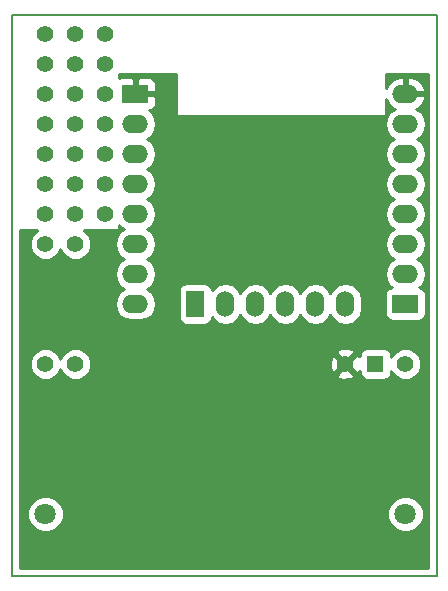
<source format=gbl>
G04 #@! TF.FileFunction,Copper,L2,Bot,Signal*
%FSLAX46Y46*%
G04 Gerber Fmt 4.6, Leading zero omitted, Abs format (unit mm)*
G04 Created by KiCad (PCBNEW 4.0.4-stable) date *
%MOMM*%
%LPD*%
G01*
G04 APERTURE LIST*
%ADD10C,0.100000*%
%ADD11C,0.150000*%
%ADD12C,1.397000*%
%ADD13C,1.800000*%
%ADD14R,2.199640X1.524000*%
%ADD15O,2.199640X1.524000*%
%ADD16R,1.524000X2.199640*%
%ADD17O,1.524000X2.199640*%
%ADD18R,1.397000X1.397000*%
%ADD19C,0.400000*%
%ADD20C,0.254000*%
G04 APERTURE END LIST*
D10*
D11*
X100000000Y-100000000D02*
X100000000Y-147500000D01*
X100000000Y-147500000D02*
X136000000Y-147500000D01*
X136000000Y-100000000D02*
X136000000Y-147500000D01*
X100000000Y-100000000D02*
X136000000Y-100000000D01*
D12*
X102870000Y-116840000D03*
X105410000Y-116840000D03*
X107950000Y-116840000D03*
X107950000Y-114300000D03*
X105410000Y-114300000D03*
X102870000Y-114300000D03*
X102870000Y-111760000D03*
X105410000Y-111760000D03*
X107950000Y-111760000D03*
X107950000Y-109220000D03*
X105410000Y-109220000D03*
X102870000Y-109220000D03*
X102870000Y-106680000D03*
X105410000Y-106680000D03*
X107950000Y-106680000D03*
X107950000Y-104140000D03*
X105410000Y-104140000D03*
X102870000Y-104140000D03*
X105410000Y-101600000D03*
D13*
X121539000Y-138049000D03*
X114427000Y-138049000D03*
X133350000Y-144780000D03*
X133350000Y-142240000D03*
X102870000Y-144780000D03*
X102870000Y-142240000D03*
D12*
X105410000Y-129540000D03*
X105410000Y-119380000D03*
D14*
X110490000Y-106680000D03*
D15*
X110490000Y-109220000D03*
X110490000Y-111760000D03*
X110490000Y-114300000D03*
X110490000Y-116840000D03*
X110490000Y-119380000D03*
X110490000Y-121920000D03*
X110490000Y-124460000D03*
D16*
X115570000Y-124460000D03*
D17*
X118110000Y-124460000D03*
X120650000Y-124460000D03*
X123190000Y-124460000D03*
X125730000Y-124460000D03*
X128270000Y-124460000D03*
D14*
X133350000Y-124460000D03*
D15*
X133350000Y-121920000D03*
X133350000Y-119380000D03*
X133350000Y-116840000D03*
X133350000Y-114300000D03*
X133350000Y-111760000D03*
X133350000Y-109220000D03*
X133350000Y-106680000D03*
D12*
X102870000Y-119380000D03*
X102870000Y-129540000D03*
D18*
X130810000Y-129540000D03*
D12*
X133350000Y-129540000D03*
X128270000Y-129540000D03*
X102870000Y-101600000D03*
X107950000Y-101600000D03*
D19*
X133350000Y-109220000D02*
X133012180Y-109220000D01*
D20*
G36*
X113919000Y-108458000D02*
X113929006Y-108507410D01*
X113957447Y-108549035D01*
X113999841Y-108576315D01*
X114046000Y-108585000D01*
X131572000Y-108585000D01*
X131621410Y-108574994D01*
X131663035Y-108546553D01*
X131690315Y-108504159D01*
X131699000Y-108458000D01*
X131699000Y-107145199D01*
X131934550Y-107578026D01*
X132360239Y-107922059D01*
X132425606Y-107941353D01*
X131990365Y-108232172D01*
X131687533Y-108685391D01*
X131581193Y-109220000D01*
X131687533Y-109754609D01*
X131990365Y-110207828D01*
X132412664Y-110490000D01*
X131990365Y-110772172D01*
X131687533Y-111225391D01*
X131581193Y-111760000D01*
X131687533Y-112294609D01*
X131990365Y-112747828D01*
X132412664Y-113030000D01*
X131990365Y-113312172D01*
X131687533Y-113765391D01*
X131581193Y-114300000D01*
X131687533Y-114834609D01*
X131990365Y-115287828D01*
X132412664Y-115570000D01*
X131990365Y-115852172D01*
X131687533Y-116305391D01*
X131581193Y-116840000D01*
X131687533Y-117374609D01*
X131990365Y-117827828D01*
X132412664Y-118110000D01*
X131990365Y-118392172D01*
X131687533Y-118845391D01*
X131581193Y-119380000D01*
X131687533Y-119914609D01*
X131990365Y-120367828D01*
X132412664Y-120650000D01*
X131990365Y-120932172D01*
X131687533Y-121385391D01*
X131581193Y-121920000D01*
X131687533Y-122454609D01*
X131990365Y-122907828D01*
X132214130Y-123057343D01*
X132014863Y-123094838D01*
X131798739Y-123233910D01*
X131653749Y-123446110D01*
X131602740Y-123698000D01*
X131602740Y-125222000D01*
X131647018Y-125457317D01*
X131786090Y-125673441D01*
X131998290Y-125818431D01*
X132250180Y-125869440D01*
X134449820Y-125869440D01*
X134685137Y-125825162D01*
X134901261Y-125686090D01*
X135046251Y-125473890D01*
X135097260Y-125222000D01*
X135097260Y-123698000D01*
X135052982Y-123462683D01*
X134913910Y-123246559D01*
X134701710Y-123101569D01*
X134485276Y-123057740D01*
X134709635Y-122907828D01*
X135012467Y-122454609D01*
X135118807Y-121920000D01*
X135012467Y-121385391D01*
X134709635Y-120932172D01*
X134287336Y-120650000D01*
X134709635Y-120367828D01*
X135012467Y-119914609D01*
X135118807Y-119380000D01*
X135012467Y-118845391D01*
X134709635Y-118392172D01*
X134287336Y-118110000D01*
X134709635Y-117827828D01*
X135012467Y-117374609D01*
X135118807Y-116840000D01*
X135012467Y-116305391D01*
X134709635Y-115852172D01*
X134287336Y-115570000D01*
X134709635Y-115287828D01*
X135012467Y-114834609D01*
X135118807Y-114300000D01*
X135012467Y-113765391D01*
X134709635Y-113312172D01*
X134287336Y-113030000D01*
X134709635Y-112747828D01*
X135012467Y-112294609D01*
X135118807Y-111760000D01*
X135012467Y-111225391D01*
X134709635Y-110772172D01*
X134287336Y-110490000D01*
X134709635Y-110207828D01*
X135012467Y-109754609D01*
X135118807Y-109220000D01*
X135012467Y-108685391D01*
X134709635Y-108232172D01*
X134274394Y-107941353D01*
X134339761Y-107922059D01*
X134765450Y-107578026D01*
X135027080Y-107097277D01*
X135042040Y-107023070D01*
X134919540Y-106807000D01*
X133477000Y-106807000D01*
X133477000Y-106827000D01*
X133223000Y-106827000D01*
X133223000Y-106807000D01*
X133203000Y-106807000D01*
X133203000Y-106553000D01*
X133223000Y-106553000D01*
X133223000Y-105283000D01*
X133477000Y-105283000D01*
X133477000Y-106553000D01*
X134919540Y-106553000D01*
X135042040Y-106336930D01*
X135027080Y-106262723D01*
X134765450Y-105781974D01*
X134339761Y-105437941D01*
X133814820Y-105283000D01*
X133477000Y-105283000D01*
X133223000Y-105283000D01*
X132885180Y-105283000D01*
X132360239Y-105437941D01*
X131934550Y-105781974D01*
X131699000Y-106214801D01*
X131699000Y-105029000D01*
X135290000Y-105029000D01*
X135290000Y-146790000D01*
X100710000Y-146790000D01*
X100710000Y-142543991D01*
X101334735Y-142543991D01*
X101567932Y-143108371D01*
X101999357Y-143540551D01*
X102563330Y-143774733D01*
X103173991Y-143775265D01*
X103738371Y-143542068D01*
X104170551Y-143110643D01*
X104404733Y-142546670D01*
X104404735Y-142543991D01*
X131814735Y-142543991D01*
X132047932Y-143108371D01*
X132479357Y-143540551D01*
X133043330Y-143774733D01*
X133653991Y-143775265D01*
X134218371Y-143542068D01*
X134650551Y-143110643D01*
X134884733Y-142546670D01*
X134885265Y-141936009D01*
X134652068Y-141371629D01*
X134220643Y-140939449D01*
X133656670Y-140705267D01*
X133046009Y-140704735D01*
X132481629Y-140937932D01*
X132049449Y-141369357D01*
X131815267Y-141933330D01*
X131814735Y-142543991D01*
X104404735Y-142543991D01*
X104405265Y-141936009D01*
X104172068Y-141371629D01*
X103740643Y-140939449D01*
X103176670Y-140705267D01*
X102566009Y-140704735D01*
X102001629Y-140937932D01*
X101569449Y-141369357D01*
X101335267Y-141933330D01*
X101334735Y-142543991D01*
X100710000Y-142543991D01*
X100710000Y-129804086D01*
X101536269Y-129804086D01*
X101738854Y-130294380D01*
X102113647Y-130669827D01*
X102603587Y-130873268D01*
X103134086Y-130873731D01*
X103624380Y-130671146D01*
X103999827Y-130296353D01*
X104140094Y-129958554D01*
X104278854Y-130294380D01*
X104653647Y-130669827D01*
X105143587Y-130873268D01*
X105674086Y-130873731D01*
X106164380Y-130671146D01*
X106361681Y-130474188D01*
X127515417Y-130474188D01*
X127577071Y-130709800D01*
X128077480Y-130885927D01*
X128607199Y-130857148D01*
X128962929Y-130709800D01*
X129024583Y-130474188D01*
X128270000Y-129719605D01*
X127515417Y-130474188D01*
X106361681Y-130474188D01*
X106539827Y-130296353D01*
X106743268Y-129806413D01*
X106743668Y-129347480D01*
X126924073Y-129347480D01*
X126952852Y-129877199D01*
X127100200Y-130232929D01*
X127335812Y-130294583D01*
X128090395Y-129540000D01*
X128449605Y-129540000D01*
X129204188Y-130294583D01*
X129439800Y-130232929D01*
X129464060Y-130164002D01*
X129464060Y-130238500D01*
X129508338Y-130473817D01*
X129647410Y-130689941D01*
X129859610Y-130834931D01*
X130111500Y-130885940D01*
X131508500Y-130885940D01*
X131743817Y-130841662D01*
X131959941Y-130702590D01*
X132104931Y-130490390D01*
X132155940Y-130238500D01*
X132155940Y-130142116D01*
X132218854Y-130294380D01*
X132593647Y-130669827D01*
X133083587Y-130873268D01*
X133614086Y-130873731D01*
X134104380Y-130671146D01*
X134479827Y-130296353D01*
X134683268Y-129806413D01*
X134683731Y-129275914D01*
X134481146Y-128785620D01*
X134106353Y-128410173D01*
X133616413Y-128206732D01*
X133085914Y-128206269D01*
X132595620Y-128408854D01*
X132220173Y-128783647D01*
X132155940Y-128938337D01*
X132155940Y-128841500D01*
X132111662Y-128606183D01*
X131972590Y-128390059D01*
X131760390Y-128245069D01*
X131508500Y-128194060D01*
X130111500Y-128194060D01*
X129876183Y-128238338D01*
X129660059Y-128377410D01*
X129515069Y-128589610D01*
X129464060Y-128841500D01*
X129464060Y-128905640D01*
X129439800Y-128847071D01*
X129204188Y-128785417D01*
X128449605Y-129540000D01*
X128090395Y-129540000D01*
X127335812Y-128785417D01*
X127100200Y-128847071D01*
X126924073Y-129347480D01*
X106743668Y-129347480D01*
X106743731Y-129275914D01*
X106541146Y-128785620D01*
X106361652Y-128605812D01*
X127515417Y-128605812D01*
X128270000Y-129360395D01*
X129024583Y-128605812D01*
X128962929Y-128370200D01*
X128462520Y-128194073D01*
X127932801Y-128222852D01*
X127577071Y-128370200D01*
X127515417Y-128605812D01*
X106361652Y-128605812D01*
X106166353Y-128410173D01*
X105676413Y-128206732D01*
X105145914Y-128206269D01*
X104655620Y-128408854D01*
X104280173Y-128783647D01*
X104139906Y-129121446D01*
X104001146Y-128785620D01*
X103626353Y-128410173D01*
X103136413Y-128206732D01*
X102605914Y-128206269D01*
X102115620Y-128408854D01*
X101740173Y-128783647D01*
X101536732Y-129273587D01*
X101536269Y-129804086D01*
X100710000Y-129804086D01*
X100710000Y-118237000D01*
X102144309Y-118237000D01*
X102115620Y-118248854D01*
X101740173Y-118623647D01*
X101536732Y-119113587D01*
X101536269Y-119644086D01*
X101738854Y-120134380D01*
X102113647Y-120509827D01*
X102603587Y-120713268D01*
X103134086Y-120713731D01*
X103624380Y-120511146D01*
X103999827Y-120136353D01*
X104140094Y-119798554D01*
X104278854Y-120134380D01*
X104653647Y-120509827D01*
X105143587Y-120713268D01*
X105674086Y-120713731D01*
X106164380Y-120511146D01*
X106539827Y-120136353D01*
X106743268Y-119646413D01*
X106743731Y-119115914D01*
X106541146Y-118625620D01*
X106166353Y-118250173D01*
X106134629Y-118237000D01*
X108966000Y-118237000D01*
X109015410Y-118226994D01*
X109057035Y-118198553D01*
X109084315Y-118156159D01*
X109093000Y-118110000D01*
X109093000Y-117771907D01*
X109130365Y-117827828D01*
X109552664Y-118110000D01*
X109130365Y-118392172D01*
X108827533Y-118845391D01*
X108721193Y-119380000D01*
X108827533Y-119914609D01*
X109130365Y-120367828D01*
X109552664Y-120650000D01*
X109130365Y-120932172D01*
X108827533Y-121385391D01*
X108721193Y-121920000D01*
X108827533Y-122454609D01*
X109130365Y-122907828D01*
X109552664Y-123190000D01*
X109130365Y-123472172D01*
X108827533Y-123925391D01*
X108721193Y-124460000D01*
X108827533Y-124994609D01*
X109130365Y-125447828D01*
X109583584Y-125750660D01*
X110118193Y-125857000D01*
X110861807Y-125857000D01*
X111396416Y-125750660D01*
X111849635Y-125447828D01*
X112152467Y-124994609D01*
X112258807Y-124460000D01*
X112152467Y-123925391D01*
X111849635Y-123472172D01*
X111682028Y-123360180D01*
X114160560Y-123360180D01*
X114160560Y-125559820D01*
X114204838Y-125795137D01*
X114343910Y-126011261D01*
X114556110Y-126156251D01*
X114808000Y-126207260D01*
X116332000Y-126207260D01*
X116567317Y-126162982D01*
X116783441Y-126023910D01*
X116928431Y-125811710D01*
X116972260Y-125595276D01*
X117122172Y-125819635D01*
X117575391Y-126122467D01*
X118110000Y-126228807D01*
X118644609Y-126122467D01*
X119097828Y-125819635D01*
X119380000Y-125397336D01*
X119662172Y-125819635D01*
X120115391Y-126122467D01*
X120650000Y-126228807D01*
X121184609Y-126122467D01*
X121637828Y-125819635D01*
X121920000Y-125397336D01*
X122202172Y-125819635D01*
X122655391Y-126122467D01*
X123190000Y-126228807D01*
X123724609Y-126122467D01*
X124177828Y-125819635D01*
X124460000Y-125397336D01*
X124742172Y-125819635D01*
X125195391Y-126122467D01*
X125730000Y-126228807D01*
X126264609Y-126122467D01*
X126717828Y-125819635D01*
X127000000Y-125397336D01*
X127282172Y-125819635D01*
X127735391Y-126122467D01*
X128270000Y-126228807D01*
X128804609Y-126122467D01*
X129257828Y-125819635D01*
X129560660Y-125366416D01*
X129667000Y-124831807D01*
X129667000Y-124088193D01*
X129560660Y-123553584D01*
X129257828Y-123100365D01*
X128804609Y-122797533D01*
X128270000Y-122691193D01*
X127735391Y-122797533D01*
X127282172Y-123100365D01*
X127000000Y-123522664D01*
X126717828Y-123100365D01*
X126264609Y-122797533D01*
X125730000Y-122691193D01*
X125195391Y-122797533D01*
X124742172Y-123100365D01*
X124460000Y-123522664D01*
X124177828Y-123100365D01*
X123724609Y-122797533D01*
X123190000Y-122691193D01*
X122655391Y-122797533D01*
X122202172Y-123100365D01*
X121920000Y-123522664D01*
X121637828Y-123100365D01*
X121184609Y-122797533D01*
X120650000Y-122691193D01*
X120115391Y-122797533D01*
X119662172Y-123100365D01*
X119380000Y-123522664D01*
X119097828Y-123100365D01*
X118644609Y-122797533D01*
X118110000Y-122691193D01*
X117575391Y-122797533D01*
X117122172Y-123100365D01*
X116972657Y-123324130D01*
X116935162Y-123124863D01*
X116796090Y-122908739D01*
X116583890Y-122763749D01*
X116332000Y-122712740D01*
X114808000Y-122712740D01*
X114572683Y-122757018D01*
X114356559Y-122896090D01*
X114211569Y-123108290D01*
X114160560Y-123360180D01*
X111682028Y-123360180D01*
X111427336Y-123190000D01*
X111849635Y-122907828D01*
X112152467Y-122454609D01*
X112258807Y-121920000D01*
X112152467Y-121385391D01*
X111849635Y-120932172D01*
X111427336Y-120650000D01*
X111849635Y-120367828D01*
X112152467Y-119914609D01*
X112258807Y-119380000D01*
X112152467Y-118845391D01*
X111849635Y-118392172D01*
X111427336Y-118110000D01*
X111849635Y-117827828D01*
X112152467Y-117374609D01*
X112258807Y-116840000D01*
X112152467Y-116305391D01*
X111849635Y-115852172D01*
X111427336Y-115570000D01*
X111849635Y-115287828D01*
X112152467Y-114834609D01*
X112258807Y-114300000D01*
X112152467Y-113765391D01*
X111849635Y-113312172D01*
X111427336Y-113030000D01*
X111849635Y-112747828D01*
X112152467Y-112294609D01*
X112258807Y-111760000D01*
X112152467Y-111225391D01*
X111849635Y-110772172D01*
X111427336Y-110490000D01*
X111849635Y-110207828D01*
X112152467Y-109754609D01*
X112258807Y-109220000D01*
X112152467Y-108685391D01*
X111849635Y-108232172D01*
X111617404Y-108077000D01*
X111716130Y-108077000D01*
X111949519Y-107980327D01*
X112128147Y-107801698D01*
X112224820Y-107568309D01*
X112224820Y-106965750D01*
X112066070Y-106807000D01*
X110617000Y-106807000D01*
X110617000Y-106827000D01*
X110363000Y-106827000D01*
X110363000Y-106807000D01*
X110343000Y-106807000D01*
X110343000Y-106553000D01*
X110363000Y-106553000D01*
X110363000Y-105441750D01*
X110617000Y-105441750D01*
X110617000Y-106553000D01*
X112066070Y-106553000D01*
X112224820Y-106394250D01*
X112224820Y-105791691D01*
X112128147Y-105558302D01*
X111949519Y-105379673D01*
X111716130Y-105283000D01*
X110775750Y-105283000D01*
X110617000Y-105441750D01*
X110363000Y-105441750D01*
X110204250Y-105283000D01*
X109263870Y-105283000D01*
X109093000Y-105353777D01*
X109093000Y-105029000D01*
X113919000Y-105029000D01*
X113919000Y-108458000D01*
X113919000Y-108458000D01*
G37*
X113919000Y-108458000D02*
X113929006Y-108507410D01*
X113957447Y-108549035D01*
X113999841Y-108576315D01*
X114046000Y-108585000D01*
X131572000Y-108585000D01*
X131621410Y-108574994D01*
X131663035Y-108546553D01*
X131690315Y-108504159D01*
X131699000Y-108458000D01*
X131699000Y-107145199D01*
X131934550Y-107578026D01*
X132360239Y-107922059D01*
X132425606Y-107941353D01*
X131990365Y-108232172D01*
X131687533Y-108685391D01*
X131581193Y-109220000D01*
X131687533Y-109754609D01*
X131990365Y-110207828D01*
X132412664Y-110490000D01*
X131990365Y-110772172D01*
X131687533Y-111225391D01*
X131581193Y-111760000D01*
X131687533Y-112294609D01*
X131990365Y-112747828D01*
X132412664Y-113030000D01*
X131990365Y-113312172D01*
X131687533Y-113765391D01*
X131581193Y-114300000D01*
X131687533Y-114834609D01*
X131990365Y-115287828D01*
X132412664Y-115570000D01*
X131990365Y-115852172D01*
X131687533Y-116305391D01*
X131581193Y-116840000D01*
X131687533Y-117374609D01*
X131990365Y-117827828D01*
X132412664Y-118110000D01*
X131990365Y-118392172D01*
X131687533Y-118845391D01*
X131581193Y-119380000D01*
X131687533Y-119914609D01*
X131990365Y-120367828D01*
X132412664Y-120650000D01*
X131990365Y-120932172D01*
X131687533Y-121385391D01*
X131581193Y-121920000D01*
X131687533Y-122454609D01*
X131990365Y-122907828D01*
X132214130Y-123057343D01*
X132014863Y-123094838D01*
X131798739Y-123233910D01*
X131653749Y-123446110D01*
X131602740Y-123698000D01*
X131602740Y-125222000D01*
X131647018Y-125457317D01*
X131786090Y-125673441D01*
X131998290Y-125818431D01*
X132250180Y-125869440D01*
X134449820Y-125869440D01*
X134685137Y-125825162D01*
X134901261Y-125686090D01*
X135046251Y-125473890D01*
X135097260Y-125222000D01*
X135097260Y-123698000D01*
X135052982Y-123462683D01*
X134913910Y-123246559D01*
X134701710Y-123101569D01*
X134485276Y-123057740D01*
X134709635Y-122907828D01*
X135012467Y-122454609D01*
X135118807Y-121920000D01*
X135012467Y-121385391D01*
X134709635Y-120932172D01*
X134287336Y-120650000D01*
X134709635Y-120367828D01*
X135012467Y-119914609D01*
X135118807Y-119380000D01*
X135012467Y-118845391D01*
X134709635Y-118392172D01*
X134287336Y-118110000D01*
X134709635Y-117827828D01*
X135012467Y-117374609D01*
X135118807Y-116840000D01*
X135012467Y-116305391D01*
X134709635Y-115852172D01*
X134287336Y-115570000D01*
X134709635Y-115287828D01*
X135012467Y-114834609D01*
X135118807Y-114300000D01*
X135012467Y-113765391D01*
X134709635Y-113312172D01*
X134287336Y-113030000D01*
X134709635Y-112747828D01*
X135012467Y-112294609D01*
X135118807Y-111760000D01*
X135012467Y-111225391D01*
X134709635Y-110772172D01*
X134287336Y-110490000D01*
X134709635Y-110207828D01*
X135012467Y-109754609D01*
X135118807Y-109220000D01*
X135012467Y-108685391D01*
X134709635Y-108232172D01*
X134274394Y-107941353D01*
X134339761Y-107922059D01*
X134765450Y-107578026D01*
X135027080Y-107097277D01*
X135042040Y-107023070D01*
X134919540Y-106807000D01*
X133477000Y-106807000D01*
X133477000Y-106827000D01*
X133223000Y-106827000D01*
X133223000Y-106807000D01*
X133203000Y-106807000D01*
X133203000Y-106553000D01*
X133223000Y-106553000D01*
X133223000Y-105283000D01*
X133477000Y-105283000D01*
X133477000Y-106553000D01*
X134919540Y-106553000D01*
X135042040Y-106336930D01*
X135027080Y-106262723D01*
X134765450Y-105781974D01*
X134339761Y-105437941D01*
X133814820Y-105283000D01*
X133477000Y-105283000D01*
X133223000Y-105283000D01*
X132885180Y-105283000D01*
X132360239Y-105437941D01*
X131934550Y-105781974D01*
X131699000Y-106214801D01*
X131699000Y-105029000D01*
X135290000Y-105029000D01*
X135290000Y-146790000D01*
X100710000Y-146790000D01*
X100710000Y-142543991D01*
X101334735Y-142543991D01*
X101567932Y-143108371D01*
X101999357Y-143540551D01*
X102563330Y-143774733D01*
X103173991Y-143775265D01*
X103738371Y-143542068D01*
X104170551Y-143110643D01*
X104404733Y-142546670D01*
X104404735Y-142543991D01*
X131814735Y-142543991D01*
X132047932Y-143108371D01*
X132479357Y-143540551D01*
X133043330Y-143774733D01*
X133653991Y-143775265D01*
X134218371Y-143542068D01*
X134650551Y-143110643D01*
X134884733Y-142546670D01*
X134885265Y-141936009D01*
X134652068Y-141371629D01*
X134220643Y-140939449D01*
X133656670Y-140705267D01*
X133046009Y-140704735D01*
X132481629Y-140937932D01*
X132049449Y-141369357D01*
X131815267Y-141933330D01*
X131814735Y-142543991D01*
X104404735Y-142543991D01*
X104405265Y-141936009D01*
X104172068Y-141371629D01*
X103740643Y-140939449D01*
X103176670Y-140705267D01*
X102566009Y-140704735D01*
X102001629Y-140937932D01*
X101569449Y-141369357D01*
X101335267Y-141933330D01*
X101334735Y-142543991D01*
X100710000Y-142543991D01*
X100710000Y-129804086D01*
X101536269Y-129804086D01*
X101738854Y-130294380D01*
X102113647Y-130669827D01*
X102603587Y-130873268D01*
X103134086Y-130873731D01*
X103624380Y-130671146D01*
X103999827Y-130296353D01*
X104140094Y-129958554D01*
X104278854Y-130294380D01*
X104653647Y-130669827D01*
X105143587Y-130873268D01*
X105674086Y-130873731D01*
X106164380Y-130671146D01*
X106361681Y-130474188D01*
X127515417Y-130474188D01*
X127577071Y-130709800D01*
X128077480Y-130885927D01*
X128607199Y-130857148D01*
X128962929Y-130709800D01*
X129024583Y-130474188D01*
X128270000Y-129719605D01*
X127515417Y-130474188D01*
X106361681Y-130474188D01*
X106539827Y-130296353D01*
X106743268Y-129806413D01*
X106743668Y-129347480D01*
X126924073Y-129347480D01*
X126952852Y-129877199D01*
X127100200Y-130232929D01*
X127335812Y-130294583D01*
X128090395Y-129540000D01*
X128449605Y-129540000D01*
X129204188Y-130294583D01*
X129439800Y-130232929D01*
X129464060Y-130164002D01*
X129464060Y-130238500D01*
X129508338Y-130473817D01*
X129647410Y-130689941D01*
X129859610Y-130834931D01*
X130111500Y-130885940D01*
X131508500Y-130885940D01*
X131743817Y-130841662D01*
X131959941Y-130702590D01*
X132104931Y-130490390D01*
X132155940Y-130238500D01*
X132155940Y-130142116D01*
X132218854Y-130294380D01*
X132593647Y-130669827D01*
X133083587Y-130873268D01*
X133614086Y-130873731D01*
X134104380Y-130671146D01*
X134479827Y-130296353D01*
X134683268Y-129806413D01*
X134683731Y-129275914D01*
X134481146Y-128785620D01*
X134106353Y-128410173D01*
X133616413Y-128206732D01*
X133085914Y-128206269D01*
X132595620Y-128408854D01*
X132220173Y-128783647D01*
X132155940Y-128938337D01*
X132155940Y-128841500D01*
X132111662Y-128606183D01*
X131972590Y-128390059D01*
X131760390Y-128245069D01*
X131508500Y-128194060D01*
X130111500Y-128194060D01*
X129876183Y-128238338D01*
X129660059Y-128377410D01*
X129515069Y-128589610D01*
X129464060Y-128841500D01*
X129464060Y-128905640D01*
X129439800Y-128847071D01*
X129204188Y-128785417D01*
X128449605Y-129540000D01*
X128090395Y-129540000D01*
X127335812Y-128785417D01*
X127100200Y-128847071D01*
X126924073Y-129347480D01*
X106743668Y-129347480D01*
X106743731Y-129275914D01*
X106541146Y-128785620D01*
X106361652Y-128605812D01*
X127515417Y-128605812D01*
X128270000Y-129360395D01*
X129024583Y-128605812D01*
X128962929Y-128370200D01*
X128462520Y-128194073D01*
X127932801Y-128222852D01*
X127577071Y-128370200D01*
X127515417Y-128605812D01*
X106361652Y-128605812D01*
X106166353Y-128410173D01*
X105676413Y-128206732D01*
X105145914Y-128206269D01*
X104655620Y-128408854D01*
X104280173Y-128783647D01*
X104139906Y-129121446D01*
X104001146Y-128785620D01*
X103626353Y-128410173D01*
X103136413Y-128206732D01*
X102605914Y-128206269D01*
X102115620Y-128408854D01*
X101740173Y-128783647D01*
X101536732Y-129273587D01*
X101536269Y-129804086D01*
X100710000Y-129804086D01*
X100710000Y-118237000D01*
X102144309Y-118237000D01*
X102115620Y-118248854D01*
X101740173Y-118623647D01*
X101536732Y-119113587D01*
X101536269Y-119644086D01*
X101738854Y-120134380D01*
X102113647Y-120509827D01*
X102603587Y-120713268D01*
X103134086Y-120713731D01*
X103624380Y-120511146D01*
X103999827Y-120136353D01*
X104140094Y-119798554D01*
X104278854Y-120134380D01*
X104653647Y-120509827D01*
X105143587Y-120713268D01*
X105674086Y-120713731D01*
X106164380Y-120511146D01*
X106539827Y-120136353D01*
X106743268Y-119646413D01*
X106743731Y-119115914D01*
X106541146Y-118625620D01*
X106166353Y-118250173D01*
X106134629Y-118237000D01*
X108966000Y-118237000D01*
X109015410Y-118226994D01*
X109057035Y-118198553D01*
X109084315Y-118156159D01*
X109093000Y-118110000D01*
X109093000Y-117771907D01*
X109130365Y-117827828D01*
X109552664Y-118110000D01*
X109130365Y-118392172D01*
X108827533Y-118845391D01*
X108721193Y-119380000D01*
X108827533Y-119914609D01*
X109130365Y-120367828D01*
X109552664Y-120650000D01*
X109130365Y-120932172D01*
X108827533Y-121385391D01*
X108721193Y-121920000D01*
X108827533Y-122454609D01*
X109130365Y-122907828D01*
X109552664Y-123190000D01*
X109130365Y-123472172D01*
X108827533Y-123925391D01*
X108721193Y-124460000D01*
X108827533Y-124994609D01*
X109130365Y-125447828D01*
X109583584Y-125750660D01*
X110118193Y-125857000D01*
X110861807Y-125857000D01*
X111396416Y-125750660D01*
X111849635Y-125447828D01*
X112152467Y-124994609D01*
X112258807Y-124460000D01*
X112152467Y-123925391D01*
X111849635Y-123472172D01*
X111682028Y-123360180D01*
X114160560Y-123360180D01*
X114160560Y-125559820D01*
X114204838Y-125795137D01*
X114343910Y-126011261D01*
X114556110Y-126156251D01*
X114808000Y-126207260D01*
X116332000Y-126207260D01*
X116567317Y-126162982D01*
X116783441Y-126023910D01*
X116928431Y-125811710D01*
X116972260Y-125595276D01*
X117122172Y-125819635D01*
X117575391Y-126122467D01*
X118110000Y-126228807D01*
X118644609Y-126122467D01*
X119097828Y-125819635D01*
X119380000Y-125397336D01*
X119662172Y-125819635D01*
X120115391Y-126122467D01*
X120650000Y-126228807D01*
X121184609Y-126122467D01*
X121637828Y-125819635D01*
X121920000Y-125397336D01*
X122202172Y-125819635D01*
X122655391Y-126122467D01*
X123190000Y-126228807D01*
X123724609Y-126122467D01*
X124177828Y-125819635D01*
X124460000Y-125397336D01*
X124742172Y-125819635D01*
X125195391Y-126122467D01*
X125730000Y-126228807D01*
X126264609Y-126122467D01*
X126717828Y-125819635D01*
X127000000Y-125397336D01*
X127282172Y-125819635D01*
X127735391Y-126122467D01*
X128270000Y-126228807D01*
X128804609Y-126122467D01*
X129257828Y-125819635D01*
X129560660Y-125366416D01*
X129667000Y-124831807D01*
X129667000Y-124088193D01*
X129560660Y-123553584D01*
X129257828Y-123100365D01*
X128804609Y-122797533D01*
X128270000Y-122691193D01*
X127735391Y-122797533D01*
X127282172Y-123100365D01*
X127000000Y-123522664D01*
X126717828Y-123100365D01*
X126264609Y-122797533D01*
X125730000Y-122691193D01*
X125195391Y-122797533D01*
X124742172Y-123100365D01*
X124460000Y-123522664D01*
X124177828Y-123100365D01*
X123724609Y-122797533D01*
X123190000Y-122691193D01*
X122655391Y-122797533D01*
X122202172Y-123100365D01*
X121920000Y-123522664D01*
X121637828Y-123100365D01*
X121184609Y-122797533D01*
X120650000Y-122691193D01*
X120115391Y-122797533D01*
X119662172Y-123100365D01*
X119380000Y-123522664D01*
X119097828Y-123100365D01*
X118644609Y-122797533D01*
X118110000Y-122691193D01*
X117575391Y-122797533D01*
X117122172Y-123100365D01*
X116972657Y-123324130D01*
X116935162Y-123124863D01*
X116796090Y-122908739D01*
X116583890Y-122763749D01*
X116332000Y-122712740D01*
X114808000Y-122712740D01*
X114572683Y-122757018D01*
X114356559Y-122896090D01*
X114211569Y-123108290D01*
X114160560Y-123360180D01*
X111682028Y-123360180D01*
X111427336Y-123190000D01*
X111849635Y-122907828D01*
X112152467Y-122454609D01*
X112258807Y-121920000D01*
X112152467Y-121385391D01*
X111849635Y-120932172D01*
X111427336Y-120650000D01*
X111849635Y-120367828D01*
X112152467Y-119914609D01*
X112258807Y-119380000D01*
X112152467Y-118845391D01*
X111849635Y-118392172D01*
X111427336Y-118110000D01*
X111849635Y-117827828D01*
X112152467Y-117374609D01*
X112258807Y-116840000D01*
X112152467Y-116305391D01*
X111849635Y-115852172D01*
X111427336Y-115570000D01*
X111849635Y-115287828D01*
X112152467Y-114834609D01*
X112258807Y-114300000D01*
X112152467Y-113765391D01*
X111849635Y-113312172D01*
X111427336Y-113030000D01*
X111849635Y-112747828D01*
X112152467Y-112294609D01*
X112258807Y-111760000D01*
X112152467Y-111225391D01*
X111849635Y-110772172D01*
X111427336Y-110490000D01*
X111849635Y-110207828D01*
X112152467Y-109754609D01*
X112258807Y-109220000D01*
X112152467Y-108685391D01*
X111849635Y-108232172D01*
X111617404Y-108077000D01*
X111716130Y-108077000D01*
X111949519Y-107980327D01*
X112128147Y-107801698D01*
X112224820Y-107568309D01*
X112224820Y-106965750D01*
X112066070Y-106807000D01*
X110617000Y-106807000D01*
X110617000Y-106827000D01*
X110363000Y-106827000D01*
X110363000Y-106807000D01*
X110343000Y-106807000D01*
X110343000Y-106553000D01*
X110363000Y-106553000D01*
X110363000Y-105441750D01*
X110617000Y-105441750D01*
X110617000Y-106553000D01*
X112066070Y-106553000D01*
X112224820Y-106394250D01*
X112224820Y-105791691D01*
X112128147Y-105558302D01*
X111949519Y-105379673D01*
X111716130Y-105283000D01*
X110775750Y-105283000D01*
X110617000Y-105441750D01*
X110363000Y-105441750D01*
X110204250Y-105283000D01*
X109263870Y-105283000D01*
X109093000Y-105353777D01*
X109093000Y-105029000D01*
X113919000Y-105029000D01*
X113919000Y-108458000D01*
M02*

</source>
